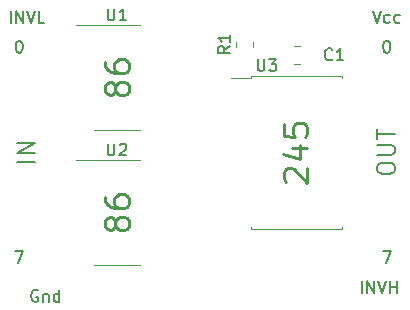
<source format=gbr>
G04 #@! TF.GenerationSoftware,KiCad,Pcbnew,(5.1.8)-1*
G04 #@! TF.CreationDate,2023-07-12T22:57:21+03:00*
G04 #@! TF.ProjectId,INV,494e562e-6b69-4636-9164-5f7063625858,rev?*
G04 #@! TF.SameCoordinates,PX48ab840PY2455c20*
G04 #@! TF.FileFunction,Legend,Top*
G04 #@! TF.FilePolarity,Positive*
%FSLAX46Y46*%
G04 Gerber Fmt 4.6, Leading zero omitted, Abs format (unit mm)*
G04 Created by KiCad (PCBNEW (5.1.8)-1) date 2023-07-12 22:57:21*
%MOMM*%
%LPD*%
G01*
G04 APERTURE LIST*
%ADD10C,0.250000*%
%ADD11C,0.150000*%
%ADD12C,0.200000*%
%ADD13C,0.120000*%
G04 APERTURE END LIST*
D10*
X12588904Y-8762857D02*
X12493666Y-8953333D01*
X12398428Y-9048571D01*
X12207952Y-9143809D01*
X12112714Y-9143809D01*
X11922238Y-9048571D01*
X11827000Y-8953333D01*
X11731761Y-8762857D01*
X11731761Y-8381904D01*
X11827000Y-8191428D01*
X11922238Y-8096190D01*
X12112714Y-8000952D01*
X12207952Y-8000952D01*
X12398428Y-8096190D01*
X12493666Y-8191428D01*
X12588904Y-8381904D01*
X12588904Y-8762857D01*
X12684142Y-8953333D01*
X12779380Y-9048571D01*
X12969857Y-9143809D01*
X13350809Y-9143809D01*
X13541285Y-9048571D01*
X13636523Y-8953333D01*
X13731761Y-8762857D01*
X13731761Y-8381904D01*
X13636523Y-8191428D01*
X13541285Y-8096190D01*
X13350809Y-8000952D01*
X12969857Y-8000952D01*
X12779380Y-8096190D01*
X12684142Y-8191428D01*
X12588904Y-8381904D01*
X11731761Y-6286666D02*
X11731761Y-6667619D01*
X11827000Y-6858095D01*
X11922238Y-6953333D01*
X12207952Y-7143809D01*
X12588904Y-7239047D01*
X13350809Y-7239047D01*
X13541285Y-7143809D01*
X13636523Y-7048571D01*
X13731761Y-6858095D01*
X13731761Y-6477142D01*
X13636523Y-6286666D01*
X13541285Y-6191428D01*
X13350809Y-6096190D01*
X12874619Y-6096190D01*
X12684142Y-6191428D01*
X12588904Y-6286666D01*
X12493666Y-6477142D01*
X12493666Y-6858095D01*
X12588904Y-7048571D01*
X12684142Y-7143809D01*
X12874619Y-7239047D01*
X12588904Y-20192857D02*
X12493666Y-20383333D01*
X12398428Y-20478571D01*
X12207952Y-20573809D01*
X12112714Y-20573809D01*
X11922238Y-20478571D01*
X11827000Y-20383333D01*
X11731761Y-20192857D01*
X11731761Y-19811904D01*
X11827000Y-19621428D01*
X11922238Y-19526190D01*
X12112714Y-19430952D01*
X12207952Y-19430952D01*
X12398428Y-19526190D01*
X12493666Y-19621428D01*
X12588904Y-19811904D01*
X12588904Y-20192857D01*
X12684142Y-20383333D01*
X12779380Y-20478571D01*
X12969857Y-20573809D01*
X13350809Y-20573809D01*
X13541285Y-20478571D01*
X13636523Y-20383333D01*
X13731761Y-20192857D01*
X13731761Y-19811904D01*
X13636523Y-19621428D01*
X13541285Y-19526190D01*
X13350809Y-19430952D01*
X12969857Y-19430952D01*
X12779380Y-19526190D01*
X12684142Y-19621428D01*
X12588904Y-19811904D01*
X11731761Y-17716666D02*
X11731761Y-18097619D01*
X11827000Y-18288095D01*
X11922238Y-18383333D01*
X12207952Y-18573809D01*
X12588904Y-18669047D01*
X13350809Y-18669047D01*
X13541285Y-18573809D01*
X13636523Y-18478571D01*
X13731761Y-18288095D01*
X13731761Y-17907142D01*
X13636523Y-17716666D01*
X13541285Y-17621428D01*
X13350809Y-17526190D01*
X12874619Y-17526190D01*
X12684142Y-17621428D01*
X12588904Y-17716666D01*
X12493666Y-17907142D01*
X12493666Y-18288095D01*
X12588904Y-18478571D01*
X12684142Y-18573809D01*
X12874619Y-18669047D01*
X27035238Y-16446190D02*
X26940000Y-16350952D01*
X26844761Y-16160476D01*
X26844761Y-15684285D01*
X26940000Y-15493809D01*
X27035238Y-15398571D01*
X27225714Y-15303333D01*
X27416190Y-15303333D01*
X27701904Y-15398571D01*
X28844761Y-16541428D01*
X28844761Y-15303333D01*
X27511428Y-13589047D02*
X28844761Y-13589047D01*
X26749523Y-14065238D02*
X28178095Y-14541428D01*
X28178095Y-13303333D01*
X26844761Y-11589047D02*
X26844761Y-12541428D01*
X27797142Y-12636666D01*
X27701904Y-12541428D01*
X27606666Y-12350952D01*
X27606666Y-11874761D01*
X27701904Y-11684285D01*
X27797142Y-11589047D01*
X27987619Y-11493809D01*
X28463809Y-11493809D01*
X28654285Y-11589047D01*
X28749523Y-11684285D01*
X28844761Y-11874761D01*
X28844761Y-12350952D01*
X28749523Y-12541428D01*
X28654285Y-12636666D01*
D11*
X33448809Y-25852380D02*
X33448809Y-24852380D01*
X33925000Y-25852380D02*
X33925000Y-24852380D01*
X34496428Y-25852380D01*
X34496428Y-24852380D01*
X34829761Y-24852380D02*
X35163095Y-25852380D01*
X35496428Y-24852380D01*
X35829761Y-25852380D02*
X35829761Y-24852380D01*
X35829761Y-25328571D02*
X36401190Y-25328571D01*
X36401190Y-25852380D02*
X36401190Y-24852380D01*
X3722857Y-2992380D02*
X3722857Y-1992380D01*
X4199047Y-2992380D02*
X4199047Y-1992380D01*
X4770476Y-2992380D01*
X4770476Y-1992380D01*
X5103809Y-1992380D02*
X5437142Y-2992380D01*
X5770476Y-1992380D01*
X6580000Y-2992380D02*
X6103809Y-2992380D01*
X6103809Y-1992380D01*
X35226666Y-22312380D02*
X35893333Y-22312380D01*
X35464761Y-23312380D01*
X35512380Y-4532380D02*
X35607619Y-4532380D01*
X35702857Y-4580000D01*
X35750476Y-4627619D01*
X35798095Y-4722857D01*
X35845714Y-4913333D01*
X35845714Y-5151428D01*
X35798095Y-5341904D01*
X35750476Y-5437142D01*
X35702857Y-5484761D01*
X35607619Y-5532380D01*
X35512380Y-5532380D01*
X35417142Y-5484761D01*
X35369523Y-5437142D01*
X35321904Y-5341904D01*
X35274285Y-5151428D01*
X35274285Y-4913333D01*
X35321904Y-4722857D01*
X35369523Y-4627619D01*
X35417142Y-4580000D01*
X35512380Y-4532380D01*
X4111666Y-22312380D02*
X4778333Y-22312380D01*
X4349761Y-23312380D01*
X4397380Y-4532380D02*
X4492619Y-4532380D01*
X4587857Y-4580000D01*
X4635476Y-4627619D01*
X4683095Y-4722857D01*
X4730714Y-4913333D01*
X4730714Y-5151428D01*
X4683095Y-5341904D01*
X4635476Y-5437142D01*
X4587857Y-5484761D01*
X4492619Y-5532380D01*
X4397380Y-5532380D01*
X4302142Y-5484761D01*
X4254523Y-5437142D01*
X4206904Y-5341904D01*
X4159285Y-5151428D01*
X4159285Y-4913333D01*
X4206904Y-4722857D01*
X4254523Y-4627619D01*
X4302142Y-4580000D01*
X4397380Y-4532380D01*
D12*
X34738571Y-15470000D02*
X34738571Y-15184285D01*
X34810000Y-15041428D01*
X34952857Y-14898571D01*
X35238571Y-14827142D01*
X35738571Y-14827142D01*
X36024285Y-14898571D01*
X36167142Y-15041428D01*
X36238571Y-15184285D01*
X36238571Y-15470000D01*
X36167142Y-15612857D01*
X36024285Y-15755714D01*
X35738571Y-15827142D01*
X35238571Y-15827142D01*
X34952857Y-15755714D01*
X34810000Y-15612857D01*
X34738571Y-15470000D01*
X34738571Y-14184285D02*
X35952857Y-14184285D01*
X36095714Y-14112857D01*
X36167142Y-14041428D01*
X36238571Y-13898571D01*
X36238571Y-13612857D01*
X36167142Y-13470000D01*
X36095714Y-13398571D01*
X35952857Y-13327142D01*
X34738571Y-13327142D01*
X34738571Y-12827142D02*
X34738571Y-11970000D01*
X36238571Y-12398571D02*
X34738571Y-12398571D01*
X5758571Y-14755714D02*
X4258571Y-14755714D01*
X5758571Y-14041428D02*
X4258571Y-14041428D01*
X5758571Y-13184285D01*
X4258571Y-13184285D01*
D11*
X6024642Y-25662000D02*
X5929404Y-25614380D01*
X5786547Y-25614380D01*
X5643690Y-25662000D01*
X5548452Y-25757238D01*
X5500833Y-25852476D01*
X5453214Y-26042952D01*
X5453214Y-26185809D01*
X5500833Y-26376285D01*
X5548452Y-26471523D01*
X5643690Y-26566761D01*
X5786547Y-26614380D01*
X5881785Y-26614380D01*
X6024642Y-26566761D01*
X6072261Y-26519142D01*
X6072261Y-26185809D01*
X5881785Y-26185809D01*
X6500833Y-25947714D02*
X6500833Y-26614380D01*
X6500833Y-26042952D02*
X6548452Y-25995333D01*
X6643690Y-25947714D01*
X6786547Y-25947714D01*
X6881785Y-25995333D01*
X6929404Y-26090571D01*
X6929404Y-26614380D01*
X7834166Y-26614380D02*
X7834166Y-25614380D01*
X7834166Y-26566761D02*
X7738928Y-26614380D01*
X7548452Y-26614380D01*
X7453214Y-26566761D01*
X7405595Y-26519142D01*
X7357976Y-26423904D01*
X7357976Y-26138190D01*
X7405595Y-26042952D01*
X7453214Y-25995333D01*
X7548452Y-25947714D01*
X7738928Y-25947714D01*
X7834166Y-25995333D01*
X34369523Y-1992380D02*
X34702857Y-2992380D01*
X35036190Y-1992380D01*
X35798095Y-2944761D02*
X35702857Y-2992380D01*
X35512380Y-2992380D01*
X35417142Y-2944761D01*
X35369523Y-2897142D01*
X35321904Y-2801904D01*
X35321904Y-2516190D01*
X35369523Y-2420952D01*
X35417142Y-2373333D01*
X35512380Y-2325714D01*
X35702857Y-2325714D01*
X35798095Y-2373333D01*
X36655238Y-2944761D02*
X36560000Y-2992380D01*
X36369523Y-2992380D01*
X36274285Y-2944761D01*
X36226666Y-2897142D01*
X36179047Y-2801904D01*
X36179047Y-2516190D01*
X36226666Y-2420952D01*
X36274285Y-2373333D01*
X36369523Y-2325714D01*
X36560000Y-2325714D01*
X36655238Y-2373333D01*
D13*
X28201252Y-6450000D02*
X27678748Y-6450000D01*
X28201252Y-4980000D02*
X27678748Y-4980000D01*
X24230000Y-5037064D02*
X24230000Y-4582936D01*
X22760000Y-5037064D02*
X22760000Y-4582936D01*
X27940000Y-20480000D02*
X31800000Y-20480000D01*
X31800000Y-20480000D02*
X31800000Y-20245000D01*
X27940000Y-20480000D02*
X24080000Y-20480000D01*
X24080000Y-20480000D02*
X24080000Y-20245000D01*
X27940000Y-7460000D02*
X31800000Y-7460000D01*
X31800000Y-7460000D02*
X31800000Y-7695000D01*
X27940000Y-7460000D02*
X24080000Y-7460000D01*
X24080000Y-7460000D02*
X24080000Y-7695000D01*
X24080000Y-7695000D02*
X22390000Y-7695000D01*
X12700000Y-3185000D02*
X9250000Y-3185000D01*
X12700000Y-3185000D02*
X14650000Y-3185000D01*
X12700000Y-12055000D02*
X10750000Y-12055000D01*
X12700000Y-12055000D02*
X14650000Y-12055000D01*
X12700000Y-23485000D02*
X14650000Y-23485000D01*
X12700000Y-23485000D02*
X10750000Y-23485000D01*
X12700000Y-14615000D02*
X14650000Y-14615000D01*
X12700000Y-14615000D02*
X9250000Y-14615000D01*
D11*
X30948333Y-6072142D02*
X30900714Y-6119761D01*
X30757857Y-6167380D01*
X30662619Y-6167380D01*
X30519761Y-6119761D01*
X30424523Y-6024523D01*
X30376904Y-5929285D01*
X30329285Y-5738809D01*
X30329285Y-5595952D01*
X30376904Y-5405476D01*
X30424523Y-5310238D01*
X30519761Y-5215000D01*
X30662619Y-5167380D01*
X30757857Y-5167380D01*
X30900714Y-5215000D01*
X30948333Y-5262619D01*
X31900714Y-6167380D02*
X31329285Y-6167380D01*
X31615000Y-6167380D02*
X31615000Y-5167380D01*
X31519761Y-5310238D01*
X31424523Y-5405476D01*
X31329285Y-5453095D01*
X22297380Y-4976666D02*
X21821190Y-5310000D01*
X22297380Y-5548095D02*
X21297380Y-5548095D01*
X21297380Y-5167142D01*
X21345000Y-5071904D01*
X21392619Y-5024285D01*
X21487857Y-4976666D01*
X21630714Y-4976666D01*
X21725952Y-5024285D01*
X21773571Y-5071904D01*
X21821190Y-5167142D01*
X21821190Y-5548095D01*
X22297380Y-4024285D02*
X22297380Y-4595714D01*
X22297380Y-4310000D02*
X21297380Y-4310000D01*
X21440238Y-4405238D01*
X21535476Y-4500476D01*
X21583095Y-4595714D01*
X24638095Y-6072380D02*
X24638095Y-6881904D01*
X24685714Y-6977142D01*
X24733333Y-7024761D01*
X24828571Y-7072380D01*
X25019047Y-7072380D01*
X25114285Y-7024761D01*
X25161904Y-6977142D01*
X25209523Y-6881904D01*
X25209523Y-6072380D01*
X25590476Y-6072380D02*
X26209523Y-6072380D01*
X25876190Y-6453333D01*
X26019047Y-6453333D01*
X26114285Y-6500952D01*
X26161904Y-6548571D01*
X26209523Y-6643809D01*
X26209523Y-6881904D01*
X26161904Y-6977142D01*
X26114285Y-7024761D01*
X26019047Y-7072380D01*
X25733333Y-7072380D01*
X25638095Y-7024761D01*
X25590476Y-6977142D01*
X11938095Y-1792380D02*
X11938095Y-2601904D01*
X11985714Y-2697142D01*
X12033333Y-2744761D01*
X12128571Y-2792380D01*
X12319047Y-2792380D01*
X12414285Y-2744761D01*
X12461904Y-2697142D01*
X12509523Y-2601904D01*
X12509523Y-1792380D01*
X13509523Y-2792380D02*
X12938095Y-2792380D01*
X13223809Y-2792380D02*
X13223809Y-1792380D01*
X13128571Y-1935238D01*
X13033333Y-2030476D01*
X12938095Y-2078095D01*
X11938095Y-13222380D02*
X11938095Y-14031904D01*
X11985714Y-14127142D01*
X12033333Y-14174761D01*
X12128571Y-14222380D01*
X12319047Y-14222380D01*
X12414285Y-14174761D01*
X12461904Y-14127142D01*
X12509523Y-14031904D01*
X12509523Y-13222380D01*
X12938095Y-13317619D02*
X12985714Y-13270000D01*
X13080952Y-13222380D01*
X13319047Y-13222380D01*
X13414285Y-13270000D01*
X13461904Y-13317619D01*
X13509523Y-13412857D01*
X13509523Y-13508095D01*
X13461904Y-13650952D01*
X12890476Y-14222380D01*
X13509523Y-14222380D01*
M02*

</source>
